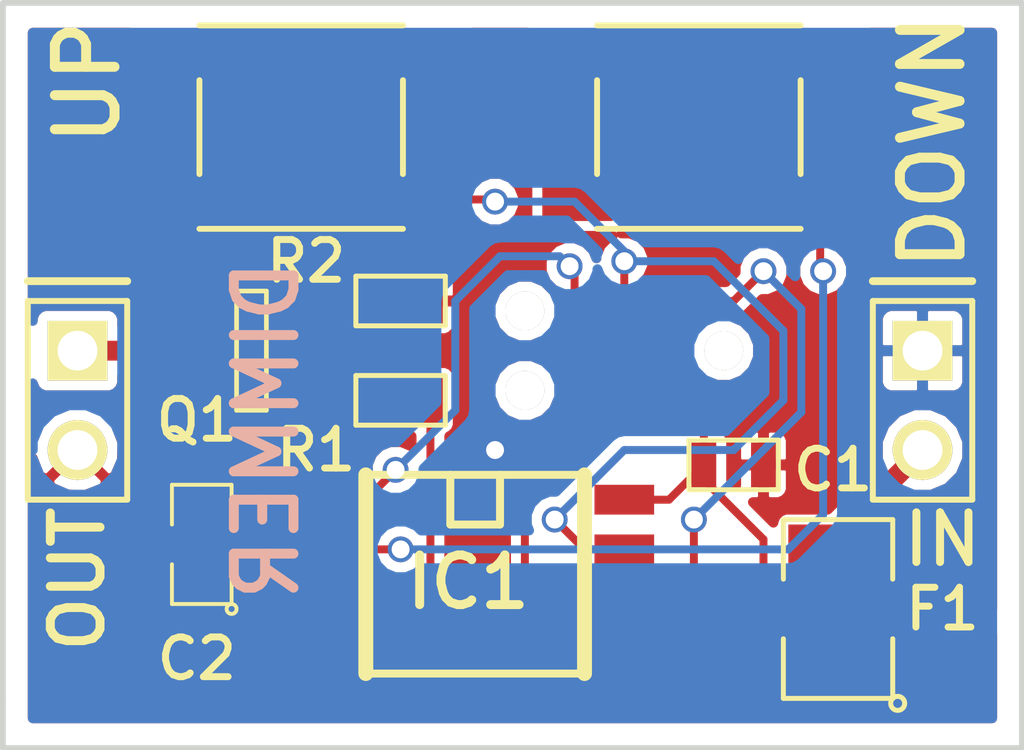
<source format=kicad_pcb>
(kicad_pcb (version 3) (host pcbnew "(2013-feb-26)-testing")

  (general
    (links 28)
    (no_connects 0)
    (area 125.0442 108.836 159.9565 131.095044)
    (thickness 1.6)
    (drawings 12)
    (tracks 74)
    (zones 0)
    (modules 12)
    (nets 12)
  )

  (page A3)
  (layers
    (15 F.Cu signal)
    (0 B.Cu signal)
    (16 B.Adhes user)
    (17 F.Adhes user)
    (18 B.Paste user)
    (19 F.Paste user)
    (20 B.SilkS user)
    (21 F.SilkS user)
    (22 B.Mask user)
    (23 F.Mask user)
    (24 Dwgs.User user)
    (25 Cmts.User user)
    (26 Eco1.User user)
    (27 Eco2.User user)
    (28 Edge.Cuts user)
  )

  (setup
    (last_trace_width 0.2032)
    (user_trace_width 0.508)
    (trace_clearance 0.254)
    (zone_clearance 0.254)
    (zone_45_only no)
    (trace_min 0.1524)
    (segment_width 0.2)
    (edge_width 0.15)
    (via_size 0.889)
    (via_drill 0.635)
    (via_min_size 0.5842)
    (via_min_drill 0.381)
    (user_via 0.6604 0.4572)
    (uvia_size 0.508)
    (uvia_drill 0.127)
    (uvias_allowed no)
    (uvia_min_size 0.508)
    (uvia_min_drill 0.127)
    (pcb_text_width 0.3)
    (pcb_text_size 1 1)
    (mod_edge_width 0.15)
    (mod_text_size 1 1)
    (mod_text_width 0.15)
    (pad_size 0.7874 0.7874)
    (pad_drill 0)
    (pad_to_mask_clearance 0)
    (aux_axis_origin 0 0)
    (visible_elements FFFFFFBF)
    (pcbplotparams
      (layerselection 284196865)
      (usegerberextensions true)
      (excludeedgelayer true)
      (linewidth 152400)
      (plotframeref false)
      (viasonmask false)
      (mode 1)
      (useauxorigin false)
      (hpglpennumber 1)
      (hpglpenspeed 20)
      (hpglpendiameter 15)
      (hpglpenoverlay 2)
      (psnegative false)
      (psa4output false)
      (plotreference true)
      (plotvalue true)
      (plotothertext true)
      (plotinvisibletext false)
      (padsonsilk false)
      (subtractmaskfromsilk false)
      (outputformat 1)
      (mirror false)
      (drillshape 0)
      (scaleselection 1)
      (outputdirectory out))
  )

  (net 0 "")
  (net 1 /DOWN)
  (net 2 /LAMP)
  (net 3 /MISO)
  (net 4 /MOSI)
  (net 5 /RESET)
  (net 6 /SCK)
  (net 7 GND)
  (net 8 N-000006)
  (net 9 N-000008)
  (net 10 N-000009)
  (net 11 VCC)

  (net_class Default "This is the default net class."
    (clearance 0.254)
    (trace_width 0.2032)
    (via_dia 0.889)
    (via_drill 0.635)
    (uvia_dia 0.508)
    (uvia_drill 0.127)
    (add_net "")
    (add_net /DOWN)
    (add_net /LAMP)
    (add_net /MISO)
    (add_net /MOSI)
    (add_net /RESET)
    (add_net /SCK)
    (add_net GND)
    (add_net N-000006)
    (add_net N-000008)
    (add_net N-000009)
    (add_net VCC)
  )

  (module TC2030-MCP-NL (layer F.Cu) (tedit 51313780) (tstamp 51310631)
    (at 146.05 119.38 180)
    (descr http://www.tag-connect.com/Materials/TC2030-MCP-NL%20PCB%20Footprint.pdf)
    (path /5131051B)
    (fp_text reference P3 (at 0 -4.064 180) (layer F.SilkS) hide
      (effects (font (size 1.524 1.524) (thickness 0.3048)))
    )
    (fp_text value CONN_3X2 (at 0 3.048 180) (layer F.SilkS) hide
      (effects (font (size 1.524 1.524) (thickness 0.3048)))
    )
    (pad 1 smd circle (at -1.27 0.635 180) (size 0.7874 0.7874)
      (layers F.Cu F.Paste F.Mask)
      (net 3 /MISO)
      (clearance 0.4826)
    )
    (pad 2 smd circle (at -1.27 -0.635 180) (size 0.7874 0.7874)
      (layers F.Cu F.Paste F.Mask)
      (net 11 VCC)
      (clearance 0.4826)
    )
    (pad 3 smd circle (at 0 0.635 180) (size 0.7874 0.7874)
      (layers F.Cu F.Paste F.Mask)
      (net 6 /SCK)
      (clearance 0.4826)
    )
    (pad 4 smd circle (at 0 -0.635 180) (size 0.7874 0.7874)
      (layers F.Cu F.Paste F.Mask)
      (net 4 /MOSI)
      (clearance 0.4826)
    )
    (pad 5 smd circle (at 1.27 0.635 180) (size 0.7874 0.7874)
      (layers F.Cu F.Mask)
      (net 5 /RESET)
      (clearance 0.4318)
    )
    (pad 6 smd circle (at 1.27 -0.635 180) (size 0.7874 0.7874)
      (layers F.Cu F.Paste F.Mask)
      (net 7 GND)
      (clearance 0.4318)
    )
    (pad "" thru_hole circle (at -2.54 0 180) (size 0.9906 0.9906) (drill 0.9906)
      (layers *.Cu *.Mask F.SilkS)
    )
    (pad "" thru_hole circle (at 2.54 -1.016 180) (size 0.9906 0.9906) (drill 0.9906)
      (layers *.Cu *.Mask F.SilkS)
    )
    (pad "" thru_hole circle (at 2.54 1.016 180) (size 0.9906 0.9906) (drill 0.9906)
      (layers *.Cu *.Mask F.SilkS)
    )
  )

  (module SWITCH-ALPS (layer F.Cu) (tedit 5105E599) (tstamp 5131063D)
    (at 137.795 113.665 180)
    (descr "ALPS SKQGADE010")
    (path /5131048E)
    (fp_text reference SW1 (at 0 -3.5 180) (layer F.SilkS) hide
      (effects (font (size 1 1) (thickness 0.15)))
    )
    (fp_text value SWITCH-4 (at 0 4 180) (layer F.SilkS) hide
      (effects (font (size 1 1) (thickness 0.15)))
    )
    (fp_line (start -2.6 2.6) (end 2.6 2.6) (layer F.SilkS) (width 0.15))
    (fp_line (start -2.6 -1.2) (end -2.6 1.2) (layer F.SilkS) (width 0.15))
    (fp_line (start 2.6 -2.6) (end -2.6 -2.6) (layer F.SilkS) (width 0.15))
    (fp_line (start 2.6 1.2) (end 2.6 -1.2) (layer F.SilkS) (width 0.15))
    (pad 1 smd rect (at -3.1 -1.85 180) (size 1.8 1.1)
      (layers F.Cu F.Paste F.Mask)
      (net 6 /SCK)
    )
    (pad 2 smd rect (at 3.1 -1.85 180) (size 1.8 1.1)
      (layers F.Cu F.Paste F.Mask)
      (net 6 /SCK)
    )
    (pad 3 smd rect (at 3.1 1.85 180) (size 1.8 1.1)
      (layers F.Cu F.Paste F.Mask)
      (net 7 GND)
    )
    (pad 4 smd rect (at -3.1 1.85 180) (size 1.8 1.1)
      (layers F.Cu F.Paste F.Mask)
      (net 7 GND)
    )
  )

  (module SWITCH-ALPS (layer F.Cu) (tedit 5105E599) (tstamp 51310649)
    (at 147.955 113.665 180)
    (descr "ALPS SKQGADE010")
    (path /513104CF)
    (fp_text reference SW2 (at 0 -3.5 180) (layer F.SilkS) hide
      (effects (font (size 1 1) (thickness 0.15)))
    )
    (fp_text value SWITCH-4 (at 0 4 180) (layer F.SilkS) hide
      (effects (font (size 1 1) (thickness 0.15)))
    )
    (fp_line (start -2.6 2.6) (end 2.6 2.6) (layer F.SilkS) (width 0.15))
    (fp_line (start -2.6 -1.2) (end -2.6 1.2) (layer F.SilkS) (width 0.15))
    (fp_line (start 2.6 -2.6) (end -2.6 -2.6) (layer F.SilkS) (width 0.15))
    (fp_line (start 2.6 1.2) (end 2.6 -1.2) (layer F.SilkS) (width 0.15))
    (pad 1 smd rect (at -3.1 -1.85 180) (size 1.8 1.1)
      (layers F.Cu F.Paste F.Mask)
      (net 1 /DOWN)
    )
    (pad 2 smd rect (at 3.1 -1.85 180) (size 1.8 1.1)
      (layers F.Cu F.Paste F.Mask)
      (net 1 /DOWN)
    )
    (pad 3 smd rect (at 3.1 1.85 180) (size 1.8 1.1)
      (layers F.Cu F.Paste F.Mask)
      (net 7 GND)
    )
    (pad 4 smd rect (at -3.1 1.85 180) (size 1.8 1.1)
      (layers F.Cu F.Paste F.Mask)
      (net 7 GND)
    )
  )

  (module SOT23GDS (layer F.Cu) (tedit 5131343F) (tstamp 51310654)
    (at 136.525 119.38 270)
    (descr "Module CMS SOT23 Transistore EBC")
    (tags "CMS SOT")
    (path /51310664)
    (attr smd)
    (fp_text reference Q1 (at 1.778 1.397 360) (layer F.SilkS)
      (effects (font (size 1.016 1.016) (thickness 0.1778)))
    )
    (fp_text value MOSFET_N (at -0.635 9.525 270) (layer F.SilkS) hide
      (effects (font (size 0.762 0.762) (thickness 0.12954)))
    )
    (fp_line (start -1.524 -0.381) (end 1.524 -0.381) (layer F.SilkS) (width 0.11938))
    (fp_line (start 1.524 -0.381) (end 1.524 0.381) (layer F.SilkS) (width 0.11938))
    (fp_line (start 1.524 0.381) (end -1.524 0.381) (layer F.SilkS) (width 0.11938))
    (fp_line (start -1.524 0.381) (end -1.524 -0.381) (layer F.SilkS) (width 0.11938))
    (pad S smd rect (at -0.889 -1.016 270) (size 0.9144 0.9144)
      (layers F.Cu F.Paste F.Mask)
      (net 7 GND)
    )
    (pad G smd rect (at 0.889 -1.016 270) (size 0.9144 0.9144)
      (layers F.Cu F.Paste F.Mask)
      (net 10 N-000009)
    )
    (pad D smd rect (at 0 1.016 270) (size 0.9144 0.9144)
      (layers F.Cu F.Paste F.Mask)
      (net 9 N-000008)
    )
    (model smd/cms_sot23.wrl
      (at (xyz 0 0 0))
      (scale (xyz 0.13 0.15 0.15))
      (rotate (xyz 0 0 0))
    )
  )

  (module SOIC8-5.3MM (layer F.Cu) (tedit 513104C2) (tstamp 51310667)
    (at 142.24 125.095 270)
    (path /5131050C)
    (attr smd)
    (fp_text reference IC1 (at 0.202 0.178 360) (layer F.SilkS)
      (effects (font (size 1.27 1.27) (thickness 0.2286)))
    )
    (fp_text value ATTINY85-S (at 0 6.5 270) (layer F.SilkS) hide
      (effects (font (size 1.016 1.016) (thickness 0.2032)))
    )
    (fp_line (start -2.54 2.794) (end 2.54 2.794) (layer F.SilkS) (width 0.381))
    (fp_line (start -2.54 -2.794) (end 2.54 -2.794) (layer F.SilkS) (width 0.381))
    (fp_line (start 2.54 -2.794) (end 2.54 2.794) (layer F.SilkS) (width 0.2032))
    (fp_line (start -2.54 -2.794) (end -2.54 2.794) (layer F.SilkS) (width 0.2032))
    (fp_line (start -2.54 -0.635) (end -1.27 -0.635) (layer F.SilkS) (width 0.2032))
    (fp_line (start -1.27 -0.635) (end -1.27 0.635) (layer F.SilkS) (width 0.2032))
    (fp_line (start -1.27 0.635) (end -2.54 0.635) (layer F.SilkS) (width 0.2032))
    (pad 1 smd rect (at -1.905 3.81 270) (size 0.762 1.524)
      (layers F.Cu F.Paste F.Mask)
      (net 5 /RESET)
    )
    (pad 2 smd rect (at -0.635 3.81 270) (size 0.762 1.524)
      (layers F.Cu F.Paste F.Mask)
      (net 1 /DOWN)
    )
    (pad 3 smd rect (at 0.635 3.81 270) (size 0.762 1.524)
      (layers F.Cu F.Paste F.Mask)
      (net 2 /LAMP)
    )
    (pad 4 smd rect (at 1.905 3.81 270) (size 0.762 1.524)
      (layers F.Cu F.Paste F.Mask)
      (net 7 GND)
    )
    (pad 8 smd rect (at -1.905 -3.81 270) (size 0.762 1.524)
      (layers F.Cu F.Paste F.Mask)
      (net 11 VCC)
    )
    (pad 7 smd rect (at -0.635 -3.81 270) (size 0.762 1.524)
      (layers F.Cu F.Paste F.Mask)
      (net 6 /SCK)
    )
    (pad 6 smd rect (at 0.635 -3.81 270) (size 0.762 1.524)
      (layers F.Cu F.Paste F.Mask)
      (net 3 /MISO)
    )
    (pad 5 smd rect (at 1.905 -3.81 270) (size 0.762 1.524)
      (layers F.Cu F.Paste F.Mask)
      (net 4 /MOSI)
    )
    (model smd/cms_soj24.wrl
      (at (xyz 0 0 0))
      (scale (xyz 0.5 0.6 0.5))
      (rotate (xyz 0 0 0))
    )
  )

  (module SM1210 (layer F.Cu) (tedit 51313451) (tstamp 51310674)
    (at 151.511 125.984 90)
    (tags "CMS SM")
    (path /51310B13)
    (attr smd)
    (fp_text reference F1 (at 0 2.667 180) (layer F.SilkS)
      (effects (font (size 1.016 1.016) (thickness 0.1778)))
    )
    (fp_text value FUSE (at 0.508 7.747 90) (layer F.SilkS) hide
      (effects (font (size 0.762 0.762) (thickness 0.127)))
    )
    (fp_circle (center -2.413 1.524) (end -2.286 1.397) (layer F.SilkS) (width 0.127))
    (fp_line (start -0.762 -1.397) (end -2.286 -1.397) (layer F.SilkS) (width 0.127))
    (fp_line (start -2.286 -1.397) (end -2.286 1.397) (layer F.SilkS) (width 0.127))
    (fp_line (start -2.286 1.397) (end -0.762 1.397) (layer F.SilkS) (width 0.127))
    (fp_line (start 0.762 1.397) (end 2.286 1.397) (layer F.SilkS) (width 0.127))
    (fp_line (start 2.286 1.397) (end 2.286 -1.397) (layer F.SilkS) (width 0.127))
    (fp_line (start 2.286 -1.397) (end 0.762 -1.397) (layer F.SilkS) (width 0.127))
    (pad 1 smd rect (at -1.524 0 90) (size 1.27 2.54)
      (layers F.Cu F.Paste F.Mask)
      (net 11 VCC)
    )
    (pad 2 smd rect (at 1.524 0 90) (size 1.27 2.54)
      (layers F.Cu F.Paste F.Mask)
      (net 8 N-000006)
    )
    (model smd/chip_cms.wrl
      (at (xyz 0 0 0))
      (scale (xyz 0.17 0.2 0.17))
      (rotate (xyz 0 0 0))
    )
  )

  (module SM0805 (layer F.Cu) (tedit 5131343C) (tstamp 51310681)
    (at 135.255 124.333 90)
    (path /51310972)
    (attr smd)
    (fp_text reference C2 (at -2.921 -0.127 180) (layer F.SilkS)
      (effects (font (size 1.016 1.016) (thickness 0.1778)))
    )
    (fp_text value 10uF (at 1.143 -9.652 90) (layer F.SilkS) hide
      (effects (font (size 0.50038 0.50038) (thickness 0.10922)))
    )
    (fp_circle (center -1.651 0.762) (end -1.651 0.635) (layer F.SilkS) (width 0.09906))
    (fp_line (start -0.508 0.762) (end -1.524 0.762) (layer F.SilkS) (width 0.09906))
    (fp_line (start -1.524 0.762) (end -1.524 -0.762) (layer F.SilkS) (width 0.09906))
    (fp_line (start -1.524 -0.762) (end -0.508 -0.762) (layer F.SilkS) (width 0.09906))
    (fp_line (start 0.508 -0.762) (end 1.524 -0.762) (layer F.SilkS) (width 0.09906))
    (fp_line (start 1.524 -0.762) (end 1.524 0.762) (layer F.SilkS) (width 0.09906))
    (fp_line (start 1.524 0.762) (end 0.508 0.762) (layer F.SilkS) (width 0.09906))
    (pad 1 smd rect (at -0.9525 0 90) (size 0.889 1.397)
      (layers F.Cu F.Paste F.Mask)
      (net 11 VCC)
    )
    (pad 2 smd rect (at 0.9525 0 90) (size 0.889 1.397)
      (layers F.Cu F.Paste F.Mask)
      (net 7 GND)
    )
    (model smd/chip_cms.wrl
      (at (xyz 0 0 0))
      (scale (xyz 0.1 0.1 0.1))
      (rotate (xyz 0 0 0))
    )
  )

  (module SM0603 (layer F.Cu) (tedit 5131345D) (tstamp 5131068B)
    (at 148.844 122.301)
    (path /513103C9)
    (attr smd)
    (fp_text reference C1 (at 2.54 0.127) (layer F.SilkS)
      (effects (font (size 1.016 1.016) (thickness 0.1778)))
    )
    (fp_text value 0.1uF (at 0 0) (layer F.SilkS) hide
      (effects (font (size 0.508 0.4572) (thickness 0.1143)))
    )
    (fp_line (start -1.143 -0.635) (end 1.143 -0.635) (layer F.SilkS) (width 0.127))
    (fp_line (start 1.143 -0.635) (end 1.143 0.635) (layer F.SilkS) (width 0.127))
    (fp_line (start 1.143 0.635) (end -1.143 0.635) (layer F.SilkS) (width 0.127))
    (fp_line (start -1.143 0.635) (end -1.143 -0.635) (layer F.SilkS) (width 0.127))
    (pad 1 smd rect (at -0.762 0) (size 0.635 1.143)
      (layers F.Cu F.Paste F.Mask)
      (net 11 VCC)
    )
    (pad 2 smd rect (at 0.762 0) (size 0.635 1.143)
      (layers F.Cu F.Paste F.Mask)
      (net 7 GND)
    )
    (model smd\resistors\R0603.wrl
      (at (xyz 0 0 0.001))
      (scale (xyz 0.5 0.5 0.5))
      (rotate (xyz 0 0 0))
    )
  )

  (module SM0603 (layer F.Cu) (tedit 51313470) (tstamp 51310695)
    (at 140.335 120.65 180)
    (path /513106B5)
    (attr smd)
    (fp_text reference R1 (at 2.159 -1.27 180) (layer F.SilkS)
      (effects (font (size 1.016 1.016) (thickness 0.1778)))
    )
    (fp_text value 100R (at 0 0 180) (layer F.SilkS) hide
      (effects (font (size 0.508 0.4572) (thickness 0.1143)))
    )
    (fp_line (start -1.143 -0.635) (end 1.143 -0.635) (layer F.SilkS) (width 0.127))
    (fp_line (start 1.143 -0.635) (end 1.143 0.635) (layer F.SilkS) (width 0.127))
    (fp_line (start 1.143 0.635) (end -1.143 0.635) (layer F.SilkS) (width 0.127))
    (fp_line (start -1.143 0.635) (end -1.143 -0.635) (layer F.SilkS) (width 0.127))
    (pad 1 smd rect (at -0.762 0 180) (size 0.635 1.143)
      (layers F.Cu F.Paste F.Mask)
      (net 2 /LAMP)
    )
    (pad 2 smd rect (at 0.762 0 180) (size 0.635 1.143)
      (layers F.Cu F.Paste F.Mask)
      (net 10 N-000009)
    )
    (model smd\resistors\R0603.wrl
      (at (xyz 0 0 0.001))
      (scale (xyz 0.5 0.5 0.5))
      (rotate (xyz 0 0 0))
    )
  )

  (module SM0603 (layer F.Cu) (tedit 51313468) (tstamp 5131069F)
    (at 140.335 118.11)
    (path /513106E8)
    (attr smd)
    (fp_text reference R2 (at -2.413 -1.016) (layer F.SilkS)
      (effects (font (size 1.016 1.016) (thickness 0.1778)))
    )
    (fp_text value 10K (at 0 0) (layer F.SilkS) hide
      (effects (font (size 0.508 0.4572) (thickness 0.1143)))
    )
    (fp_line (start -1.143 -0.635) (end 1.143 -0.635) (layer F.SilkS) (width 0.127))
    (fp_line (start 1.143 -0.635) (end 1.143 0.635) (layer F.SilkS) (width 0.127))
    (fp_line (start 1.143 0.635) (end -1.143 0.635) (layer F.SilkS) (width 0.127))
    (fp_line (start -1.143 0.635) (end -1.143 -0.635) (layer F.SilkS) (width 0.127))
    (pad 1 smd rect (at -0.762 0) (size 0.635 1.143)
      (layers F.Cu F.Paste F.Mask)
      (net 10 N-000009)
    )
    (pad 2 smd rect (at 0.762 0) (size 0.635 1.143)
      (layers F.Cu F.Paste F.Mask)
      (net 7 GND)
    )
    (model smd\resistors\R0603.wrl
      (at (xyz 0 0 0.001))
      (scale (xyz 0.5 0.5 0.5))
      (rotate (xyz 0 0 0))
    )
  )

  (module PIN_ARRAY_2X1 (layer F.Cu) (tedit 51313125) (tstamp 5131359F)
    (at 132.08 120.65 270)
    (descr "Connecteurs 2 pins")
    (tags "CONN DEV")
    (path /513107A2)
    (fp_text reference P1 (at -0.635 3.81 270) (layer F.SilkS) hide
      (effects (font (size 0.762 0.762) (thickness 0.1524)))
    )
    (fp_text value CONN_2 (at 0 -1.905 270) (layer F.SilkS) hide
      (effects (font (size 0.762 0.762) (thickness 0.1524)))
    )
    (fp_line (start -2.54 1.27) (end -2.54 -1.27) (layer F.SilkS) (width 0.1524))
    (fp_line (start -2.54 -1.27) (end 2.54 -1.27) (layer F.SilkS) (width 0.1524))
    (fp_line (start 2.54 -1.27) (end 2.54 1.27) (layer F.SilkS) (width 0.1524))
    (fp_line (start 2.54 1.27) (end -2.54 1.27) (layer F.SilkS) (width 0.1524))
    (pad 1 thru_hole rect (at -1.27 0 270) (size 1.524 1.524) (drill 1.016)
      (layers *.Cu *.Mask F.SilkS)
      (net 9 N-000008)
    )
    (pad 2 thru_hole circle (at 1.27 0 270) (size 1.524 1.524) (drill 1.016)
      (layers *.Cu *.Mask F.SilkS)
      (net 11 VCC)
    )
    (model pin_array/pins_array_2x1.wrl
      (at (xyz 0 0 0))
      (scale (xyz 1 1 1))
      (rotate (xyz 0 0 0))
    )
  )

  (module PIN_ARRAY_2X1 (layer F.Cu) (tedit 5131311F) (tstamp 51313589)
    (at 153.67 120.65 270)
    (descr "Connecteurs 2 pins")
    (tags "CONN DEV")
    (path /5131080B)
    (fp_text reference P2 (at 0 -4.445 270) (layer F.SilkS) hide
      (effects (font (size 0.762 0.762) (thickness 0.1524)))
    )
    (fp_text value CONN_2 (at 0 -1.905 270) (layer F.SilkS) hide
      (effects (font (size 0.762 0.762) (thickness 0.1524)))
    )
    (fp_line (start -2.54 1.27) (end -2.54 -1.27) (layer F.SilkS) (width 0.1524))
    (fp_line (start -2.54 -1.27) (end 2.54 -1.27) (layer F.SilkS) (width 0.1524))
    (fp_line (start 2.54 -1.27) (end 2.54 1.27) (layer F.SilkS) (width 0.1524))
    (fp_line (start 2.54 1.27) (end -2.54 1.27) (layer F.SilkS) (width 0.1524))
    (pad 1 thru_hole rect (at -1.27 0 270) (size 1.524 1.524) (drill 1.016)
      (layers *.Cu *.Mask F.SilkS)
      (net 7 GND)
    )
    (pad 2 thru_hole circle (at 1.27 0 270) (size 1.524 1.524) (drill 1.016)
      (layers *.Cu *.Mask F.SilkS)
      (net 8 N-000006)
    )
    (model pin_array/pins_array_2x1.wrl
      (at (xyz 0 0 0))
      (scale (xyz 1 1 1))
      (rotate (xyz 0 0 0))
    )
  )

  (gr_text DIMMER (at 136.906 121.412 90) (layer B.SilkS)
    (effects (font (size 1.524 1.524) (thickness 0.254)) (justify mirror))
  )
  (gr_line (start 130.81 117.602) (end 133.35 117.602) (angle 90) (layer F.SilkS) (width 0.2))
  (gr_line (start 152.4 117.602) (end 154.94 117.602) (angle 90) (layer F.SilkS) (width 0.2))
  (gr_text OUT (at 132.08 125.222 90) (layer F.SilkS)
    (effects (font (size 1.27 1.27) (thickness 0.2286)))
  )
  (gr_text IN (at 154.178 124.206) (layer F.SilkS)
    (effects (font (size 1.27 1.27) (thickness 0.2032)))
  )
  (gr_text UP (at 132.334 112.522 90) (layer F.SilkS)
    (effects (font (size 1.524 1.524) (thickness 0.254)))
  )
  (gr_text DOWN (at 153.924 114.046 90) (layer F.SilkS)
    (effects (font (size 1.524 1.524) (thickness 0.254)))
  )
  (gr_line (start 130.175 110.49) (end 130.175 128.27) (angle 90) (layer Edge.Cuts) (width 0.15))
  (gr_line (start 156.21 110.49) (end 130.175 110.49) (angle 90) (layer Edge.Cuts) (width 0.15))
  (gr_line (start 156.21 129.54) (end 156.21 110.49) (angle 90) (layer Edge.Cuts) (width 0.15))
  (gr_line (start 130.175 129.54) (end 156.21 129.54) (angle 90) (layer Edge.Cuts) (width 0.15))
  (gr_line (start 130.175 128.27) (end 130.175 129.54) (angle 90) (layer Edge.Cuts) (width 0.15))

  (segment (start 138.43 124.46) (end 140.335 124.46) (width 0.2032) (layer F.Cu) (net 1))
  (segment (start 151.055 117.273) (end 151.055 115.515) (width 0.2032) (layer F.Cu) (net 1) (tstamp 51313330))
  (segment (start 151.13 117.348) (end 151.055 117.273) (width 0.2032) (layer F.Cu) (net 1) (tstamp 5131332F))
  (via (at 151.13 117.348) (size 0.6604) (drill 0.4572) (layers F.Cu B.Cu) (net 1))
  (segment (start 151.13 123.571) (end 151.13 117.348) (width 0.2032) (layer B.Cu) (net 1) (tstamp 5131332A))
  (segment (start 150.241 124.46) (end 151.13 123.571) (width 0.2032) (layer B.Cu) (net 1) (tstamp 51313329))
  (segment (start 140.335 124.46) (end 150.241 124.46) (width 0.2032) (layer B.Cu) (net 1) (tstamp 51313328))
  (via (at 140.335 124.46) (size 0.6604) (drill 0.4572) (layers F.Cu B.Cu) (net 1))
  (segment (start 144.855 115.515) (end 151.055 115.515) (width 0.2032) (layer F.Cu) (net 1))
  (segment (start 138.43 125.73) (end 140.462 125.73) (width 0.2032) (layer F.Cu) (net 2))
  (segment (start 141.097 125.095) (end 141.097 120.65) (width 0.2032) (layer F.Cu) (net 2) (tstamp 51313322))
  (segment (start 140.462 125.73) (end 141.097 125.095) (width 0.2032) (layer F.Cu) (net 2) (tstamp 51313321))
  (segment (start 146.05 125.73) (end 147.574 125.73) (width 0.2032) (layer F.Cu) (net 3))
  (segment (start 147.955 118.11) (end 147.32 118.745) (width 0.2032) (layer F.Cu) (net 3) (tstamp 513133E3))
  (segment (start 148.844 118.11) (end 147.955 118.11) (width 0.2032) (layer F.Cu) (net 3) (tstamp 513133E0))
  (segment (start 149.606 117.348) (end 148.844 118.11) (width 0.2032) (layer F.Cu) (net 3) (tstamp 513133DF))
  (via (at 149.606 117.348) (size 0.6604) (drill 0.4572) (layers F.Cu B.Cu) (net 3))
  (segment (start 150.571202 118.313202) (end 149.606 117.348) (width 0.2032) (layer B.Cu) (net 3) (tstamp 513133DB))
  (segment (start 150.571202 120.954798) (end 150.571202 118.313202) (width 0.2032) (layer B.Cu) (net 3) (tstamp 513133DA))
  (segment (start 147.828 123.698) (end 150.571202 120.954798) (width 0.2032) (layer B.Cu) (net 3) (tstamp 513133D9))
  (via (at 147.828 123.698) (size 0.6604) (drill 0.4572) (layers F.Cu B.Cu) (net 3))
  (segment (start 147.828 125.476) (end 147.828 123.698) (width 0.2032) (layer F.Cu) (net 3) (tstamp 513133D6))
  (segment (start 147.574 125.73) (end 147.828 125.476) (width 0.2032) (layer F.Cu) (net 3) (tstamp 513133D5))
  (segment (start 146.05 127) (end 145.034 127) (width 0.2032) (layer F.Cu) (net 4))
  (segment (start 146.05 120.396) (end 146.05 120.015) (width 0.2032) (layer F.Cu) (net 4) (tstamp 513133B3))
  (segment (start 143.51 122.936) (end 146.05 120.396) (width 0.2032) (layer F.Cu) (net 4) (tstamp 513133B1))
  (segment (start 143.51 125.476) (end 143.51 122.936) (width 0.2032) (layer F.Cu) (net 4) (tstamp 513133AF))
  (segment (start 145.034 127) (end 143.51 125.476) (width 0.2032) (layer F.Cu) (net 4) (tstamp 513133AD))
  (segment (start 138.43 123.19) (end 139.446 123.19) (width 0.2032) (layer F.Cu) (net 5))
  (segment (start 144.78 117.348) (end 144.78 118.745) (width 0.2032) (layer F.Cu) (net 5) (tstamp 51313343))
  (segment (start 144.653 117.221) (end 144.78 117.348) (width 0.2032) (layer F.Cu) (net 5) (tstamp 51313342))
  (via (at 144.653 117.221) (size 0.6604) (drill 0.4572) (layers F.Cu B.Cu) (net 5))
  (segment (start 144.399 116.967) (end 144.653 117.221) (width 0.2032) (layer B.Cu) (net 5) (tstamp 51313340))
  (segment (start 142.875 116.967) (end 144.399 116.967) (width 0.2032) (layer B.Cu) (net 5) (tstamp 5131333E))
  (segment (start 141.732 118.11) (end 142.875 116.967) (width 0.2032) (layer B.Cu) (net 5) (tstamp 5131333C))
  (segment (start 141.732 120.904) (end 141.732 118.11) (width 0.2032) (layer B.Cu) (net 5) (tstamp 51313339))
  (segment (start 140.208 122.428) (end 141.732 120.904) (width 0.2032) (layer B.Cu) (net 5) (tstamp 51313338))
  (via (at 140.208 122.428) (size 0.6604) (drill 0.4572) (layers F.Cu B.Cu) (net 5))
  (segment (start 139.446 123.19) (end 140.208 122.428) (width 0.2032) (layer F.Cu) (net 5) (tstamp 51313334))
  (segment (start 140.895 115.515) (end 142.693 115.515) (width 0.2032) (layer F.Cu) (net 6))
  (segment (start 146.05 116.84) (end 146.05 117.094) (width 0.2032) (layer B.Cu) (net 6) (tstamp 513133FB))
  (segment (start 144.78 115.57) (end 146.05 116.84) (width 0.2032) (layer B.Cu) (net 6) (tstamp 513133FA))
  (segment (start 142.748 115.57) (end 144.78 115.57) (width 0.2032) (layer B.Cu) (net 6) (tstamp 513133F9))
  (via (at 142.748 115.57) (size 0.6604) (drill 0.4572) (layers F.Cu B.Cu) (net 6))
  (segment (start 142.693 115.515) (end 142.748 115.57) (width 0.2032) (layer F.Cu) (net 6) (tstamp 513133F7))
  (segment (start 146.05 124.46) (end 145.034 124.46) (width 0.2032) (layer F.Cu) (net 6))
  (segment (start 145.034 124.46) (end 144.272 123.698) (width 0.2032) (layer F.Cu) (net 6) (tstamp 5131338E))
  (via (at 144.272 123.698) (size 0.6604) (drill 0.4572) (layers F.Cu B.Cu) (net 6))
  (segment (start 144.272 123.698) (end 146.05 121.92) (width 0.2032) (layer B.Cu) (net 6) (tstamp 51313391))
  (segment (start 146.05 121.92) (end 148.844 121.92) (width 0.2032) (layer B.Cu) (net 6) (tstamp 51313392))
  (segment (start 148.844 121.92) (end 150.114 120.65) (width 0.2032) (layer B.Cu) (net 6) (tstamp 513133A1))
  (segment (start 150.114 120.65) (end 150.114 118.872) (width 0.2032) (layer B.Cu) (net 6) (tstamp 513133A3))
  (segment (start 150.114 118.872) (end 148.336 117.094) (width 0.2032) (layer B.Cu) (net 6) (tstamp 513133A5))
  (segment (start 148.336 117.094) (end 146.05 117.094) (width 0.2032) (layer B.Cu) (net 6) (tstamp 513133A7))
  (segment (start 146.05 117.094) (end 146.05 118.745) (width 0.2032) (layer F.Cu) (net 6) (tstamp 513133AA))
  (via (at 146.05 117.094) (size 0.6604) (drill 0.4572) (layers F.Cu B.Cu) (net 6))
  (segment (start 134.695 115.515) (end 140.895 115.515) (width 0.2032) (layer F.Cu) (net 6))
  (segment (start 144.78 120.015) (end 144.78 120.904) (width 0.2032) (layer F.Cu) (net 7))
  (via (at 142.748 121.92) (size 0.6604) (drill 0.4572) (layers F.Cu B.Cu) (net 7))
  (segment (start 143.764 121.92) (end 142.748 121.92) (width 0.2032) (layer F.Cu) (net 7) (tstamp 51313417))
  (segment (start 144.78 120.904) (end 143.764 121.92) (width 0.2032) (layer F.Cu) (net 7) (tstamp 51313415))
  (segment (start 151.511 124.46) (end 151.511 124.079) (width 0.508) (layer F.Cu) (net 8))
  (segment (start 151.511 124.079) (end 153.67 121.92) (width 0.508) (layer F.Cu) (net 8) (tstamp 513132EB))
  (segment (start 132.08 119.38) (end 135.509 119.38) (width 0.508) (layer F.Cu) (net 9))
  (segment (start 137.541 120.269) (end 139.192 120.269) (width 0.2032) (layer F.Cu) (net 10))
  (segment (start 139.192 120.269) (end 139.573 120.65) (width 0.2032) (layer F.Cu) (net 10) (tstamp 5131340A))
  (segment (start 139.573 120.65) (end 139.573 118.11) (width 0.2032) (layer F.Cu) (net 10))
  (segment (start 148.082 122.301) (end 148.082 122.682) (width 0.2032) (layer F.Cu) (net 11))
  (segment (start 149.606 124.206) (end 149.606 126.746) (width 0.2032) (layer F.Cu) (net 11) (tstamp 513133EE))
  (segment (start 148.082 122.682) (end 149.606 124.206) (width 0.2032) (layer F.Cu) (net 11) (tstamp 513133ED))
  (segment (start 148.082 122.301) (end 148.082 120.777) (width 0.2032) (layer F.Cu) (net 11))
  (segment (start 148.082 120.777) (end 147.32 120.015) (width 0.2032) (layer F.Cu) (net 11) (tstamp 5131331E))
  (segment (start 146.05 123.19) (end 147.193 123.19) (width 0.2032) (layer F.Cu) (net 11))
  (segment (start 147.193 123.19) (end 148.082 122.301) (width 0.2032) (layer F.Cu) (net 11) (tstamp 513132EE))

  (zone (net 7) (net_name GND) (layer F.Cu) (tstamp 513130F9) (hatch edge 0.508)
    (connect_pads (clearance 0.254))
    (min_thickness 0.254)
    (fill (arc_segments 16) (thermal_gap 0.254) (thermal_bridge_width 0.2794))
    (polygon
      (pts
        (xy 155.575 126.111) (xy 148.717 126.111) (xy 148.717 127.635) (xy 136.652 127.635) (xy 136.652 124.206)
        (xy 133.858 124.206) (xy 133.858 120.777) (xy 130.81 120.777) (xy 130.81 111.125) (xy 155.575 111.125)
      )
    )
    (filled_polygon
      (pts
        (xy 144.812103 120.029142) (xy 144.794142 120.047103) (xy 144.78 120.032961) (xy 144.765857 120.047102) (xy 144.747896 120.029141)
        (xy 144.762039 120.015) (xy 144.747897 120.000858) (xy 144.765858 119.982897) (xy 144.78 119.997039) (xy 144.794141 119.982896)
        (xy 144.812102 120.000857) (xy 144.797961 120.015) (xy 144.812103 120.029142)
      )
    )
    (filled_polygon
      (pts
        (xy 155.448 125.984) (xy 150.0886 125.984) (xy 150.0886 125.444258) (xy 150.164882 125.475934) (xy 150.316453 125.476066)
        (xy 152.856453 125.476066) (xy 152.996537 125.418184) (xy 153.103808 125.311101) (xy 153.161934 125.171118) (xy 153.162066 125.019547)
        (xy 153.162066 123.749547) (xy 153.104184 123.609463) (xy 152.997101 123.502192) (xy 152.989139 123.498886) (xy 153.430043 123.057982)
        (xy 153.441646 123.0628) (xy 153.896359 123.063197) (xy 154.316611 122.889553) (xy 154.638423 122.568302) (xy 154.8128 122.148354)
        (xy 154.813197 121.693641) (xy 154.813066 121.693323) (xy 154.813066 120.217453) (xy 154.813066 118.542547) (xy 154.755184 118.402463)
        (xy 154.648101 118.295192) (xy 154.508118 118.237066) (xy 154.356547 118.236934) (xy 153.77795 118.237) (xy 153.6827 118.33225)
        (xy 153.6827 119.3673) (xy 154.71775 119.3673) (xy 154.813 119.27205) (xy 154.813066 118.542547) (xy 154.813066 120.217453)
        (xy 154.813 119.48795) (xy 154.71775 119.3927) (xy 153.6827 119.3927) (xy 153.6827 120.42775) (xy 153.77795 120.523)
        (xy 154.356547 120.523066) (xy 154.508118 120.522934) (xy 154.648101 120.464808) (xy 154.755184 120.357537) (xy 154.813066 120.217453)
        (xy 154.813066 121.693323) (xy 154.639553 121.273389) (xy 154.318302 120.951577) (xy 153.898354 120.7772) (xy 153.6573 120.776989)
        (xy 153.6573 120.42775) (xy 153.6573 119.3927) (xy 153.6573 119.3673) (xy 153.6573 118.33225) (xy 153.56205 118.237)
        (xy 152.983453 118.236934) (xy 152.831882 118.237066) (xy 152.691899 118.295192) (xy 152.584816 118.402463) (xy 152.526934 118.542547)
        (xy 152.527 119.27205) (xy 152.62225 119.3673) (xy 153.6573 119.3673) (xy 153.6573 119.3927) (xy 152.62225 119.3927)
        (xy 152.527 119.48795) (xy 152.526934 120.217453) (xy 152.584816 120.357537) (xy 152.691899 120.464808) (xy 152.831882 120.522934)
        (xy 152.983453 120.523066) (xy 153.56205 120.523) (xy 153.6573 120.42775) (xy 153.6573 120.776989) (xy 153.443641 120.776803)
        (xy 153.023389 120.950447) (xy 152.701577 121.271698) (xy 152.5272 121.691646) (xy 152.526803 122.146359) (xy 152.532303 122.15967)
        (xy 151.24804 123.443934) (xy 150.304566 123.443934) (xy 150.304566 122.797047) (xy 150.304566 121.804953) (xy 150.304434 121.653382)
        (xy 150.246308 121.513399) (xy 150.139037 121.406316) (xy 149.998953 121.348434) (xy 149.71395 121.3485) (xy 149.6187 121.44375)
        (xy 149.6187 122.2883) (xy 150.20925 122.2883) (xy 150.3045 122.19305) (xy 150.304566 121.804953) (xy 150.304566 122.797047)
        (xy 150.3045 122.40895) (xy 150.20925 122.3137) (xy 149.6187 122.3137) (xy 149.6187 123.15825) (xy 149.71395 123.2535)
        (xy 149.998953 123.253566) (xy 150.139037 123.195684) (xy 150.246308 123.088601) (xy 150.304434 122.948618) (xy 150.304566 122.797047)
        (xy 150.304566 123.443934) (xy 150.165547 123.443934) (xy 150.025463 123.501816) (xy 149.918192 123.608899) (xy 149.860066 123.748882)
        (xy 149.860041 123.777541) (xy 149.336036 123.253537) (xy 149.49805 123.2535) (xy 149.5933 123.15825) (xy 149.5933 122.3137)
        (xy 149.5933 122.2883) (xy 149.5933 121.44375) (xy 149.49805 121.3485) (xy 149.213047 121.348434) (xy 149.072963 121.406316)
        (xy 148.965692 121.513399) (xy 148.907566 121.653382) (xy 148.907434 121.804953) (xy 148.9075 122.19305) (xy 149.00275 122.2883)
        (xy 149.5933 122.2883) (xy 149.5933 122.3137) (xy 149.00275 122.3137) (xy 148.9075 122.40895) (xy 148.907434 122.797047)
        (xy 148.907458 122.824958) (xy 148.780566 122.698066) (xy 148.780566 121.654047) (xy 148.722684 121.513963) (xy 148.615601 121.406692)
        (xy 148.5646 121.385514) (xy 148.5646 120.777) (xy 148.564599 120.776999) (xy 148.5646 120.776999) (xy 148.527864 120.592317)
        (xy 148.42325 120.43575) (xy 148.423246 120.435747) (xy 148.287863 120.300363) (xy 148.32221 120.217646) (xy 148.414929 120.256147)
        (xy 148.763542 120.256451) (xy 149.085735 120.123324) (xy 149.332457 119.877032) (xy 149.466147 119.555071) (xy 149.466451 119.206458)
        (xy 149.333324 118.884265) (xy 149.087032 118.637543) (xy 148.935138 118.574471) (xy 149.028683 118.555864) (xy 149.18525 118.45125)
        (xy 149.577324 118.059175) (xy 149.746846 118.059323) (xy 150.008336 117.951277) (xy 150.208574 117.751388) (xy 150.317076 117.490087)
        (xy 150.317323 117.207154) (xy 150.209277 116.945664) (xy 150.009388 116.745426) (xy 149.748087 116.636924) (xy 149.465154 116.636677)
        (xy 149.203664 116.744723) (xy 149.003426 116.944612) (xy 148.894924 117.205913) (xy 148.894774 117.376725) (xy 148.6441 117.6274)
        (xy 147.955 117.6274) (xy 147.770317 117.664136) (xy 147.61375 117.76875) (xy 147.613747 117.768753) (xy 147.605364 117.777136)
        (xy 147.520444 117.741875) (xy 147.121307 117.741527) (xy 146.752419 117.893948) (xy 146.685129 117.96112) (xy 146.619065 117.89494)
        (xy 146.5326 117.859036) (xy 146.5326 117.617152) (xy 146.652574 117.497388) (xy 146.761076 117.236087) (xy 146.761323 116.953154)
        (xy 146.653277 116.691664) (xy 146.453388 116.491426) (xy 146.192087 116.382924) (xy 145.975995 116.382735) (xy 146.077808 116.281101)
        (xy 146.135934 116.141118) (xy 146.136058 115.9976) (xy 149.773934 115.9976) (xy 149.773934 116.140453) (xy 149.831816 116.280537)
        (xy 149.938899 116.387808) (xy 150.078882 116.445934) (xy 150.230453 116.446066) (xy 150.5724 116.446066) (xy 150.5724 116.899716)
        (xy 150.527426 116.944612) (xy 150.418924 117.205913) (xy 150.418677 117.488846) (xy 150.526723 117.750336) (xy 150.726612 117.950574)
        (xy 150.987913 118.059076) (xy 151.270846 118.059323) (xy 151.532336 117.951277) (xy 151.732574 117.751388) (xy 151.841076 117.490087)
        (xy 151.841323 117.207154) (xy 151.733277 116.945664) (xy 151.5376 116.749645) (xy 151.5376 116.446066) (xy 152.030453 116.446066)
        (xy 152.170537 116.388184) (xy 152.277808 116.281101) (xy 152.335934 116.141118) (xy 152.336066 115.989547) (xy 152.336066 114.889547)
        (xy 152.336066 112.289547) (xy 152.336 111.92295) (xy 152.24075 111.8277) (xy 151.0677 111.8277) (xy 151.0677 112.65075)
        (xy 151.16295 112.746) (xy 152.030453 112.746066) (xy 152.170537 112.688184) (xy 152.277808 112.581101) (xy 152.335934 112.441118)
        (xy 152.336066 112.289547) (xy 152.336066 114.889547) (xy 152.278184 114.749463) (xy 152.171101 114.642192) (xy 152.031118 114.584066)
        (xy 151.879547 114.583934) (xy 151.0423 114.583934) (xy 151.0423 112.65075) (xy 151.0423 111.8277) (xy 149.86925 111.8277)
        (xy 149.774 111.92295) (xy 149.773934 112.289547) (xy 149.774066 112.441118) (xy 149.832192 112.581101) (xy 149.939463 112.688184)
        (xy 150.079547 112.746066) (xy 150.94705 112.746) (xy 151.0423 112.65075) (xy 151.0423 114.583934) (xy 150.079547 114.583934)
        (xy 149.939463 114.641816) (xy 149.832192 114.748899) (xy 149.774066 114.888882) (xy 149.773941 115.0324) (xy 146.136066 115.0324)
        (xy 146.136066 114.889547) (xy 146.136066 112.289547) (xy 146.136 111.92295) (xy 146.04075 111.8277) (xy 144.8677 111.8277)
        (xy 144.8677 112.65075) (xy 144.96295 112.746) (xy 145.830453 112.746066) (xy 145.970537 112.688184) (xy 146.077808 112.581101)
        (xy 146.135934 112.441118) (xy 146.136066 112.289547) (xy 146.136066 114.889547) (xy 146.078184 114.749463) (xy 145.971101 114.642192)
        (xy 145.831118 114.584066) (xy 145.679547 114.583934) (xy 144.8423 114.583934) (xy 144.8423 112.65075) (xy 144.8423 111.8277)
        (xy 143.66925 111.8277) (xy 143.574 111.92295) (xy 143.573934 112.289547) (xy 143.574066 112.441118) (xy 143.632192 112.581101)
        (xy 143.739463 112.688184) (xy 143.879547 112.746066) (xy 144.74705 112.746) (xy 144.8423 112.65075) (xy 144.8423 114.583934)
        (xy 143.879547 114.583934) (xy 143.739463 114.641816) (xy 143.632192 114.748899) (xy 143.574066 114.888882) (xy 143.573934 115.040453)
        (xy 143.573934 116.140453) (xy 143.631816 116.280537) (xy 143.738899 116.387808) (xy 143.878882 116.445934) (xy 144.030453 116.446066)
        (xy 145.755741 116.446066) (xy 145.647664 116.490723) (xy 145.447426 116.690612) (xy 145.338924 116.951913) (xy 145.338865 117.018543)
        (xy 145.256277 116.818664) (xy 145.056388 116.618426) (xy 144.795087 116.509924) (xy 144.512154 116.509677) (xy 144.250664 116.617723)
        (xy 144.050426 116.817612) (xy 143.941924 117.078913) (xy 143.941677 117.361846) (xy 144.049723 117.623336) (xy 144.249612 117.823574)
        (xy 144.2974 117.843417) (xy 144.2974 117.913799) (xy 144.275822 117.922715) (xy 144.253324 117.868265) (xy 144.007032 117.621543)
        (xy 143.685071 117.487853) (xy 143.459323 117.487656) (xy 143.459323 115.429154) (xy 143.351277 115.167664) (xy 143.151388 114.967426)
        (xy 142.890087 114.858924) (xy 142.607154 114.858677) (xy 142.345664 114.966723) (xy 142.279872 115.0324) (xy 142.176066 115.0324)
        (xy 142.176066 114.889547) (xy 142.176066 112.289547) (xy 142.176 111.92295) (xy 142.08075 111.8277) (xy 140.9077 111.8277)
        (xy 140.9077 112.65075) (xy 141.00295 112.746) (xy 141.870453 112.746066) (xy 142.010537 112.688184) (xy 142.117808 112.581101)
        (xy 142.175934 112.441118) (xy 142.176066 112.289547) (xy 142.176066 114.889547) (xy 142.118184 114.749463) (xy 142.011101 114.642192)
        (xy 141.871118 114.584066) (xy 141.719547 114.583934) (xy 140.8823 114.583934) (xy 140.8823 112.65075) (xy 140.8823 111.8277)
        (xy 139.70925 111.8277) (xy 139.614 111.92295) (xy 139.613934 112.289547) (xy 139.614066 112.441118) (xy 139.672192 112.581101)
        (xy 139.779463 112.688184) (xy 139.919547 112.746066) (xy 140.78705 112.746) (xy 140.8823 112.65075) (xy 140.8823 114.583934)
        (xy 139.919547 114.583934) (xy 139.779463 114.641816) (xy 139.672192 114.748899) (xy 139.614066 114.888882) (xy 139.613941 115.0324)
        (xy 135.976066 115.0324) (xy 135.976066 114.889547) (xy 135.976066 112.289547) (xy 135.976 111.92295) (xy 135.88075 111.8277)
        (xy 134.7077 111.8277) (xy 134.7077 112.65075) (xy 134.80295 112.746) (xy 135.670453 112.746066) (xy 135.810537 112.688184)
        (xy 135.917808 112.581101) (xy 135.975934 112.441118) (xy 135.976066 112.289547) (xy 135.976066 114.889547) (xy 135.918184 114.749463)
        (xy 135.811101 114.642192) (xy 135.671118 114.584066) (xy 135.519547 114.583934) (xy 134.6823 114.583934) (xy 134.6823 112.65075)
        (xy 134.6823 111.8277) (xy 133.50925 111.8277) (xy 133.414 111.92295) (xy 133.413934 112.289547) (xy 133.414066 112.441118)
        (xy 133.472192 112.581101) (xy 133.579463 112.688184) (xy 133.719547 112.746066) (xy 134.58705 112.746) (xy 134.6823 112.65075)
        (xy 134.6823 114.583934) (xy 133.719547 114.583934) (xy 133.579463 114.641816) (xy 133.472192 114.748899) (xy 133.414066 114.888882)
        (xy 133.413934 115.040453) (xy 133.413934 116.140453) (xy 133.471816 116.280537) (xy 133.578899 116.387808) (xy 133.718882 116.445934)
        (xy 133.870453 116.446066) (xy 135.670453 116.446066) (xy 135.810537 116.388184) (xy 135.917808 116.281101) (xy 135.975934 116.141118)
        (xy 135.976058 115.9976) (xy 139.613934 115.9976) (xy 139.613934 116.140453) (xy 139.671816 116.280537) (xy 139.778899 116.387808)
        (xy 139.918882 116.445934) (xy 140.070453 116.446066) (xy 141.870453 116.446066) (xy 142.010537 116.388184) (xy 142.117808 116.281101)
        (xy 142.175934 116.141118) (xy 142.176053 116.003721) (xy 142.344612 116.172574) (xy 142.605913 116.281076) (xy 142.888846 116.281323)
        (xy 143.150336 116.173277) (xy 143.350574 115.973388) (xy 143.459076 115.712087) (xy 143.459323 115.429154) (xy 143.459323 117.487656)
        (xy 143.336458 117.487549) (xy 143.014265 117.620676) (xy 142.767543 117.866968) (xy 142.633853 118.188929) (xy 142.633549 118.537542)
        (xy 142.766676 118.859735) (xy 143.012968 119.106457) (xy 143.334929 119.240147) (xy 143.683542 119.240451) (xy 143.914653 119.144958)
        (xy 143.972039 119.283843) (xy 144.230205 119.542459) (xy 144.133594 119.561057) (xy 144.066456 119.713071) (xy 144.007032 119.653543)
        (xy 143.685071 119.519853) (xy 143.336458 119.519549) (xy 143.014265 119.652676) (xy 142.767543 119.898968) (xy 142.633853 120.220929)
        (xy 142.633549 120.569542) (xy 142.766676 120.891735) (xy 143.012968 121.138457) (xy 143.334929 121.272147) (xy 143.683542 121.272451)
        (xy 144.005735 121.139324) (xy 144.252457 120.893032) (xy 144.345137 120.669832) (xy 144.607981 120.785918) (xy 144.916093 120.793064)
        (xy 145.004789 120.758711) (xy 143.16875 122.59475) (xy 143.064136 122.751317) (xy 143.0274 122.936) (xy 143.0274 125.476)
        (xy 143.064136 125.660683) (xy 143.16875 125.81725) (xy 144.692747 127.341246) (xy 144.69275 127.34125) (xy 144.849317 127.445864)
        (xy 144.907326 127.457402) (xy 144.928232 127.508) (xy 141.795566 127.508) (xy 141.795566 121.146047) (xy 141.795566 120.003047)
        (xy 141.795566 118.606047) (xy 141.795566 117.613953) (xy 141.795434 117.462382) (xy 141.737308 117.322399) (xy 141.630037 117.215316)
        (xy 141.489953 117.157434) (xy 141.20495 117.1575) (xy 141.1097 117.25275) (xy 141.1097 118.0973) (xy 141.70025 118.0973)
        (xy 141.7955 118.00205) (xy 141.795566 117.613953) (xy 141.795566 118.606047) (xy 141.7955 118.21795) (xy 141.70025 118.1227)
        (xy 141.1097 118.1227) (xy 141.1097 118.96725) (xy 141.20495 119.0625) (xy 141.489953 119.062566) (xy 141.630037 119.004684)
        (xy 141.737308 118.897601) (xy 141.795434 118.757618) (xy 141.795566 118.606047) (xy 141.795566 120.003047) (xy 141.737684 119.862963)
        (xy 141.630601 119.755692) (xy 141.490618 119.697566) (xy 141.339047 119.697434) (xy 141.0843 119.697434) (xy 141.0843 118.96725)
        (xy 141.0843 118.1227) (xy 141.0843 118.0973) (xy 141.0843 117.25275) (xy 140.98905 117.1575) (xy 140.704047 117.157434)
        (xy 140.563963 117.215316) (xy 140.456692 117.322399) (xy 140.398566 117.462382) (xy 140.398434 117.613953) (xy 140.3985 118.00205)
        (xy 140.49375 118.0973) (xy 141.0843 118.0973) (xy 141.0843 118.1227) (xy 140.49375 118.1227) (xy 140.3985 118.21795)
        (xy 140.398434 118.606047) (xy 140.398566 118.757618) (xy 140.456692 118.897601) (xy 140.563963 119.004684) (xy 140.704047 119.062566)
        (xy 140.98905 119.0625) (xy 141.0843 118.96725) (xy 141.0843 119.697434) (xy 140.704047 119.697434) (xy 140.563963 119.755316)
        (xy 140.456692 119.862399) (xy 140.398566 120.002382) (xy 140.398434 120.153953) (xy 140.398434 121.296953) (xy 140.456316 121.437037)
        (xy 140.563399 121.544308) (xy 140.6144 121.565485) (xy 140.6144 121.828443) (xy 140.611388 121.825426) (xy 140.350087 121.716924)
        (xy 140.271566 121.716855) (xy 140.271566 121.146047) (xy 140.271566 120.003047) (xy 140.213684 119.862963) (xy 140.106601 119.755692)
        (xy 140.0556 119.734514) (xy 140.0556 119.025524) (xy 140.106037 119.004684) (xy 140.213308 118.897601) (xy 140.271434 118.757618)
        (xy 140.271566 118.606047) (xy 140.271566 117.463047) (xy 140.213684 117.322963) (xy 140.106601 117.215692) (xy 139.966618 117.157566)
        (xy 139.815047 117.157434) (xy 139.180047 117.157434) (xy 139.039963 117.215316) (xy 138.932692 117.322399) (xy 138.874566 117.462382)
        (xy 138.874434 117.613953) (xy 138.874434 118.756953) (xy 138.932316 118.897037) (xy 139.039399 119.004308) (xy 139.0904 119.025485)
        (xy 139.0904 119.734475) (xy 139.039963 119.755316) (xy 139.008824 119.7864) (xy 138.379266 119.7864) (xy 138.379266 119.736347)
        (xy 138.379266 119.023653) (xy 138.379266 117.958347) (xy 138.321384 117.818263) (xy 138.214301 117.710992) (xy 138.074318 117.652866)
        (xy 137.922747 117.652734) (xy 137.64895 117.6528) (xy 137.5537 117.74805) (xy 137.5537 118.4783) (xy 138.28395 118.4783)
        (xy 138.3792 118.38305) (xy 138.379266 117.958347) (xy 138.379266 119.023653) (xy 138.3792 118.59895) (xy 138.28395 118.5037)
        (xy 137.5537 118.5037) (xy 137.5537 119.23395) (xy 137.64895 119.3292) (xy 137.922747 119.329266) (xy 138.074318 119.329134)
        (xy 138.214301 119.271008) (xy 138.321384 119.163737) (xy 138.379266 119.023653) (xy 138.379266 119.736347) (xy 138.321384 119.596263)
        (xy 138.214301 119.488992) (xy 138.074318 119.430866) (xy 137.922747 119.430734) (xy 137.5283 119.430734) (xy 137.5283 119.23395)
        (xy 137.5283 118.5037) (xy 137.5283 118.4783) (xy 137.5283 117.74805) (xy 137.43305 117.6528) (xy 137.159253 117.652734)
        (xy 137.007682 117.652866) (xy 136.867699 117.710992) (xy 136.760616 117.818263) (xy 136.702734 117.958347) (xy 136.7028 118.38305)
        (xy 136.79805 118.4783) (xy 137.5283 118.4783) (xy 137.5283 118.5037) (xy 136.79805 118.5037) (xy 136.7028 118.59895)
        (xy 136.702734 119.023653) (xy 136.760616 119.163737) (xy 136.867699 119.271008) (xy 137.007682 119.329134) (xy 137.159253 119.329266)
        (xy 137.43305 119.3292) (xy 137.5283 119.23395) (xy 137.5283 119.430734) (xy 137.008347 119.430734) (xy 136.868263 119.488616)
        (xy 136.760992 119.595699) (xy 136.702866 119.735682) (xy 136.702734 119.887253) (xy 136.702734 120.801653) (xy 136.760616 120.941737)
        (xy 136.867699 121.049008) (xy 137.007682 121.107134) (xy 137.159253 121.107266) (xy 138.073653 121.107266) (xy 138.213737 121.049384)
        (xy 138.321008 120.942301) (xy 138.379134 120.802318) (xy 138.379178 120.7516) (xy 138.874434 120.7516) (xy 138.874434 121.296953)
        (xy 138.932316 121.437037) (xy 139.039399 121.544308) (xy 139.179382 121.602434) (xy 139.330953 121.602566) (xy 139.965953 121.602566)
        (xy 140.106037 121.544684) (xy 140.213308 121.437601) (xy 140.271434 121.297618) (xy 140.271566 121.146047) (xy 140.271566 121.716855)
        (xy 140.067154 121.716677) (xy 139.805664 121.824723) (xy 139.605426 122.024612) (xy 139.496924 122.285913) (xy 139.496774 122.456725)
        (xy 139.437678 122.515821) (xy 139.408101 122.486192) (xy 139.268118 122.428066) (xy 139.116547 122.427934) (xy 137.592547 122.427934)
        (xy 137.452463 122.485816) (xy 137.345192 122.592899) (xy 137.287066 122.732882) (xy 137.286934 122.884453) (xy 137.286934 123.646453)
        (xy 137.344816 123.786537) (xy 137.383184 123.824972) (xy 137.345192 123.862899) (xy 137.287066 124.002882) (xy 137.286934 124.154453)
        (xy 137.286934 124.916453) (xy 137.344816 125.056537) (xy 137.383184 125.094972) (xy 137.345192 125.132899) (xy 137.287066 125.272882)
        (xy 137.286934 125.424453) (xy 137.286934 126.186453) (xy 137.344816 126.326537) (xy 137.383211 126.365) (xy 137.344816 126.403463)
        (xy 137.286934 126.543547) (xy 137.287 126.89205) (xy 137.38225 126.9873) (xy 138.4173 126.9873) (xy 138.4173 126.9673)
        (xy 138.4427 126.9673) (xy 138.4427 126.9873) (xy 139.47775 126.9873) (xy 139.573 126.89205) (xy 139.573066 126.543547)
        (xy 139.515184 126.403463) (xy 139.476815 126.365027) (xy 139.514808 126.327101) (xy 139.562352 126.2126) (xy 140.462 126.2126)
        (xy 140.646683 126.175864) (xy 140.80325 126.07125) (xy 141.438246 125.436252) (xy 141.438249 125.43625) (xy 141.43825 125.43625)
        (xy 141.542864 125.279683) (xy 141.5796 125.095) (xy 141.5796 121.565524) (xy 141.630037 121.544684) (xy 141.737308 121.437601)
        (xy 141.795434 121.297618) (xy 141.795566 121.146047) (xy 141.795566 127.508) (xy 139.551767 127.508) (xy 139.573066 127.456453)
        (xy 139.573 127.10795) (xy 139.47775 127.0127) (xy 138.4427 127.0127) (xy 138.4427 127.0327) (xy 138.4173 127.0327)
        (xy 138.4173 127.0127) (xy 137.38225 127.0127) (xy 137.287 127.10795) (xy 137.286934 127.456453) (xy 137.308232 127.508)
        (xy 136.779 127.508) (xy 136.779 124.079) (xy 136.238288 124.079) (xy 136.276684 124.040537) (xy 136.334566 123.900453)
        (xy 136.334566 122.860547) (xy 136.276684 122.720463) (xy 136.169601 122.613192) (xy 136.029618 122.555066) (xy 135.878047 122.554934)
        (xy 135.36295 122.555) (xy 135.2677 122.65025) (xy 135.2677 123.3678) (xy 136.23925 123.3678) (xy 136.3345 123.27255)
        (xy 136.334566 122.860547) (xy 136.334566 123.900453) (xy 136.3345 123.48845) (xy 136.23925 123.3932) (xy 135.2677 123.3932)
        (xy 135.2677 123.4132) (xy 135.2423 123.4132) (xy 135.2423 123.3932) (xy 135.2423 123.3678) (xy 135.2423 122.65025)
        (xy 135.14705 122.555) (xy 134.631953 122.554934) (xy 134.480382 122.555066) (xy 134.340399 122.613192) (xy 134.233316 122.720463)
        (xy 134.175434 122.860547) (xy 134.1755 123.27255) (xy 134.27075 123.3678) (xy 135.2423 123.3678) (xy 135.2423 123.3932)
        (xy 134.27075 123.3932) (xy 134.1755 123.48845) (xy 134.175434 123.900453) (xy 134.233316 124.040537) (xy 134.271711 124.079)
        (xy 133.985 124.079) (xy 133.985 120.65) (xy 130.937 120.65) (xy 130.937 120.217612) (xy 130.994816 120.357537)
        (xy 131.101899 120.464808) (xy 131.241882 120.522934) (xy 131.393453 120.523066) (xy 132.917453 120.523066) (xy 133.057537 120.465184)
        (xy 133.164808 120.358101) (xy 133.222934 120.218118) (xy 133.223066 120.066547) (xy 133.223066 120.015) (xy 134.713023 120.015)
        (xy 134.728616 120.052737) (xy 134.835699 120.160008) (xy 134.975682 120.218134) (xy 135.127253 120.218266) (xy 136.041653 120.218266)
        (xy 136.181737 120.160384) (xy 136.289008 120.053301) (xy 136.347134 119.913318) (xy 136.347266 119.761747) (xy 136.347266 118.847347)
        (xy 136.289384 118.707263) (xy 136.182301 118.599992) (xy 136.042318 118.541866) (xy 135.890747 118.541734) (xy 134.976347 118.541734)
        (xy 134.836263 118.599616) (xy 134.728992 118.706699) (xy 134.713088 118.745) (xy 133.223066 118.745) (xy 133.223066 118.542547)
        (xy 133.165184 118.402463) (xy 133.058101 118.295192) (xy 132.918118 118.237066) (xy 132.766547 118.236934) (xy 131.242547 118.236934)
        (xy 131.102463 118.294816) (xy 130.995192 118.401899) (xy 130.937066 118.541882) (xy 130.937 118.617667) (xy 130.937 111.252)
        (xy 133.414011 111.252) (xy 133.413934 111.340453) (xy 133.414 111.70705) (xy 133.50925 111.8023) (xy 134.6823 111.8023)
        (xy 134.6823 111.7823) (xy 134.7077 111.7823) (xy 134.7077 111.8023) (xy 135.88075 111.8023) (xy 135.976 111.70705)
        (xy 135.976066 111.340453) (xy 135.975988 111.252) (xy 139.614011 111.252) (xy 139.613934 111.340453) (xy 139.614 111.70705)
        (xy 139.70925 111.8023) (xy 140.8823 111.8023) (xy 140.8823 111.7823) (xy 140.9077 111.7823) (xy 140.9077 111.8023)
        (xy 142.08075 111.8023) (xy 142.176 111.70705) (xy 142.176066 111.340453) (xy 142.175988 111.252) (xy 143.574011 111.252)
        (xy 143.573934 111.340453) (xy 143.574 111.70705) (xy 143.66925 111.8023) (xy 144.8423 111.8023) (xy 144.8423 111.7823)
        (xy 144.8677 111.7823) (xy 144.8677 111.8023) (xy 146.04075 111.8023) (xy 146.136 111.70705) (xy 146.136066 111.340453)
        (xy 146.135988 111.252) (xy 149.774011 111.252) (xy 149.773934 111.340453) (xy 149.774 111.70705) (xy 149.86925 111.8023)
        (xy 151.0423 111.8023) (xy 151.0423 111.7823) (xy 151.0677 111.7823) (xy 151.0677 111.8023) (xy 152.24075 111.8023)
        (xy 152.336 111.70705) (xy 152.336066 111.340453) (xy 152.335988 111.252) (xy 155.448 111.252) (xy 155.448 125.984)
      )
    )
  )
  (zone (net 7) (net_name GND) (layer B.Cu) (tstamp 51313109) (hatch edge 0.508)
    (connect_pads (clearance 0.254))
    (min_thickness 0.254)
    (fill (arc_segments 16) (thermal_gap 0.254) (thermal_bridge_width 0.2794))
    (polygon
      (pts
        (xy 155.575 128.905) (xy 130.81 128.905) (xy 130.81 111.125) (xy 155.575 111.125)
      )
    )
    (filled_polygon
      (pts
        (xy 155.448 128.778) (xy 154.813197 128.778) (xy 154.813197 121.693641) (xy 154.813066 121.693323) (xy 154.813066 120.217453)
        (xy 154.813066 118.542547) (xy 154.755184 118.402463) (xy 154.648101 118.295192) (xy 154.508118 118.237066) (xy 154.356547 118.236934)
        (xy 153.77795 118.237) (xy 153.6827 118.33225) (xy 153.6827 119.3673) (xy 154.71775 119.3673) (xy 154.813 119.27205)
        (xy 154.813066 118.542547) (xy 154.813066 120.217453) (xy 154.813 119.48795) (xy 154.71775 119.3927) (xy 153.6827 119.3927)
        (xy 153.6827 120.42775) (xy 153.77795 120.523) (xy 154.356547 120.523066) (xy 154.508118 120.522934) (xy 154.648101 120.464808)
        (xy 154.755184 120.357537) (xy 154.813066 120.217453) (xy 154.813066 121.693323) (xy 154.639553 121.273389) (xy 154.318302 120.951577)
        (xy 153.898354 120.7772) (xy 153.6573 120.776989) (xy 153.6573 120.42775) (xy 153.6573 119.3927) (xy 153.6573 119.3673)
        (xy 153.6573 118.33225) (xy 153.56205 118.237) (xy 152.983453 118.236934) (xy 152.831882 118.237066) (xy 152.691899 118.295192)
        (xy 152.584816 118.402463) (xy 152.526934 118.542547) (xy 152.527 119.27205) (xy 152.62225 119.3673) (xy 153.6573 119.3673)
        (xy 153.6573 119.3927) (xy 152.62225 119.3927) (xy 152.527 119.48795) (xy 152.526934 120.217453) (xy 152.584816 120.357537)
        (xy 152.691899 120.464808) (xy 152.831882 120.522934) (xy 152.983453 120.523066) (xy 153.56205 120.523) (xy 153.6573 120.42775)
        (xy 153.6573 120.776989) (xy 153.443641 120.776803) (xy 153.023389 120.950447) (xy 152.701577 121.271698) (xy 152.5272 121.691646)
        (xy 152.526803 122.146359) (xy 152.700447 122.566611) (xy 153.021698 122.888423) (xy 153.441646 123.0628) (xy 153.896359 123.063197)
        (xy 154.316611 122.889553) (xy 154.638423 122.568302) (xy 154.8128 122.148354) (xy 154.813197 121.693641) (xy 154.813197 128.778)
        (xy 151.841323 128.778) (xy 151.841323 117.207154) (xy 151.733277 116.945664) (xy 151.533388 116.745426) (xy 151.272087 116.636924)
        (xy 150.989154 116.636677) (xy 150.727664 116.744723) (xy 150.527426 116.944612) (xy 150.418924 117.205913) (xy 150.418686 117.478186)
        (xy 150.317175 117.376675) (xy 150.317323 117.207154) (xy 150.209277 116.945664) (xy 150.009388 116.745426) (xy 149.748087 116.636924)
        (xy 149.465154 116.636677) (xy 149.203664 116.744723) (xy 149.003426 116.944612) (xy 148.964017 117.039517) (xy 148.67725 116.75275)
        (xy 148.520683 116.648136) (xy 148.336 116.6114) (xy 146.573152 116.6114) (xy 146.453388 116.491426) (xy 146.334601 116.442101)
        (xy 145.12125 115.22875) (xy 144.964683 115.124136) (xy 144.78 115.0874) (xy 143.271152 115.0874) (xy 143.151388 114.967426)
        (xy 142.890087 114.858924) (xy 142.607154 114.858677) (xy 142.345664 114.966723) (xy 142.145426 115.166612) (xy 142.036924 115.427913)
        (xy 142.036677 115.710846) (xy 142.144723 115.972336) (xy 142.344612 116.172574) (xy 142.605913 116.281076) (xy 142.888846 116.281323)
        (xy 143.150336 116.173277) (xy 143.271223 116.0526) (xy 144.5801 116.0526) (xy 145.380144 116.852644) (xy 145.338924 116.951913)
        (xy 145.338865 117.018543) (xy 145.256277 116.818664) (xy 145.056388 116.618426) (xy 144.795087 116.509924) (xy 144.526136 116.509689)
        (xy 144.399 116.4844) (xy 142.875 116.4844) (xy 142.690317 116.521136) (xy 142.53375 116.62575) (xy 141.39075 117.76875)
        (xy 141.286136 117.925317) (xy 141.2494 118.11) (xy 141.2494 120.7041) (xy 140.236675 121.716824) (xy 140.067154 121.716677)
        (xy 139.805664 121.824723) (xy 139.605426 122.024612) (xy 139.496924 122.285913) (xy 139.496677 122.568846) (xy 139.604723 122.830336)
        (xy 139.804612 123.030574) (xy 140.065913 123.139076) (xy 140.348846 123.139323) (xy 140.610336 123.031277) (xy 140.810574 122.831388)
        (xy 140.919076 122.570087) (xy 140.919225 122.399274) (xy 142.073246 121.245252) (xy 142.073249 121.24525) (xy 142.07325 121.24525)
        (xy 142.177864 121.088683) (xy 142.2146 120.904) (xy 142.2146 118.3099) (xy 143.0749 117.4496) (xy 143.977936 117.4496)
        (xy 144.049723 117.623336) (xy 144.249612 117.823574) (xy 144.510913 117.932076) (xy 144.793846 117.932323) (xy 145.055336 117.824277)
        (xy 145.255574 117.624388) (xy 145.364076 117.363087) (xy 145.364134 117.296456) (xy 145.446723 117.496336) (xy 145.646612 117.696574)
        (xy 145.907913 117.805076) (xy 146.190846 117.805323) (xy 146.452336 117.697277) (xy 146.573223 117.5766) (xy 148.1361 117.5766)
        (xy 149.6314 119.071899) (xy 149.6314 120.4501) (xy 149.466451 120.615049) (xy 149.466451 119.206458) (xy 149.333324 118.884265)
        (xy 149.087032 118.637543) (xy 148.765071 118.503853) (xy 148.416458 118.503549) (xy 148.094265 118.636676) (xy 147.847543 118.882968)
        (xy 147.713853 119.204929) (xy 147.713549 119.553542) (xy 147.846676 119.875735) (xy 148.092968 120.122457) (xy 148.414929 120.256147)
        (xy 148.763542 120.256451) (xy 149.085735 120.123324) (xy 149.332457 119.877032) (xy 149.466147 119.555071) (xy 149.466451 119.206458)
        (xy 149.466451 120.615049) (xy 148.6441 121.4374) (xy 146.05 121.4374) (xy 146.049999 121.4374) (xy 145.865317 121.474136)
        (xy 145.70875 121.57875) (xy 145.708747 121.578753) (xy 144.386451 122.901048) (xy 144.386451 120.222458) (xy 144.386451 118.190458)
        (xy 144.253324 117.868265) (xy 144.007032 117.621543) (xy 143.685071 117.487853) (xy 143.336458 117.487549) (xy 143.014265 117.620676)
        (xy 142.767543 117.866968) (xy 142.633853 118.188929) (xy 142.633549 118.537542) (xy 142.766676 118.859735) (xy 143.012968 119.106457)
        (xy 143.334929 119.240147) (xy 143.683542 119.240451) (xy 144.005735 119.107324) (xy 144.252457 118.861032) (xy 144.386147 118.539071)
        (xy 144.386451 118.190458) (xy 144.386451 120.222458) (xy 144.253324 119.900265) (xy 144.007032 119.653543) (xy 143.685071 119.519853)
        (xy 143.336458 119.519549) (xy 143.014265 119.652676) (xy 142.767543 119.898968) (xy 142.633853 120.220929) (xy 142.633549 120.569542)
        (xy 142.766676 120.891735) (xy 143.012968 121.138457) (xy 143.334929 121.272147) (xy 143.683542 121.272451) (xy 144.005735 121.139324)
        (xy 144.252457 120.893032) (xy 144.386147 120.571071) (xy 144.386451 120.222458) (xy 144.386451 122.901048) (xy 144.300675 122.986824)
        (xy 144.131154 122.986677) (xy 143.869664 123.094723) (xy 143.669426 123.294612) (xy 143.560924 123.555913) (xy 143.560677 123.838846)
        (xy 143.617926 123.9774) (xy 140.858152 123.9774) (xy 140.738388 123.857426) (xy 140.477087 123.748924) (xy 140.194154 123.748677)
        (xy 139.932664 123.856723) (xy 139.732426 124.056612) (xy 139.623924 124.317913) (xy 139.623677 124.600846) (xy 139.731723 124.862336)
        (xy 139.931612 125.062574) (xy 140.192913 125.171076) (xy 140.475846 125.171323) (xy 140.737336 125.063277) (xy 140.858223 124.9426)
        (xy 150.241 124.9426) (xy 150.425683 124.905864) (xy 150.58225 124.80125) (xy 151.471246 123.912252) (xy 151.471249 123.91225)
        (xy 151.47125 123.91225) (xy 151.575863 123.755683) (xy 151.575864 123.755683) (xy 151.606504 123.601641) (xy 151.6126 123.571001)
        (xy 151.612599 123.571) (xy 151.6126 123.571) (xy 151.6126 117.871152) (xy 151.732574 117.751388) (xy 151.841076 117.490087)
        (xy 151.841323 117.207154) (xy 151.841323 128.778) (xy 130.937 128.778) (xy 130.937 122.146835) (xy 131.110447 122.566611)
        (xy 131.431698 122.888423) (xy 131.851646 123.0628) (xy 132.306359 123.063197) (xy 132.726611 122.889553) (xy 133.048423 122.568302)
        (xy 133.2228 122.148354) (xy 133.223197 121.693641) (xy 133.049553 121.273389) (xy 132.728302 120.951577) (xy 132.308354 120.7772)
        (xy 131.853641 120.776803) (xy 131.433389 120.950447) (xy 131.111577 121.271698) (xy 130.9372 121.691646) (xy 130.937 121.92072)
        (xy 130.937 120.217612) (xy 130.994816 120.357537) (xy 131.101899 120.464808) (xy 131.241882 120.522934) (xy 131.393453 120.523066)
        (xy 132.917453 120.523066) (xy 133.057537 120.465184) (xy 133.164808 120.358101) (xy 133.222934 120.218118) (xy 133.223066 120.066547)
        (xy 133.223066 118.542547) (xy 133.165184 118.402463) (xy 133.058101 118.295192) (xy 132.918118 118.237066) (xy 132.766547 118.236934)
        (xy 131.242547 118.236934) (xy 131.102463 118.294816) (xy 130.995192 118.401899) (xy 130.937066 118.541882) (xy 130.937 118.617667)
        (xy 130.937 111.252) (xy 155.448 111.252) (xy 155.448 128.778)
      )
    )
  )
  (zone (net 11) (net_name VCC) (layer F.Cu) (tstamp 51313245) (hatch edge 0.508)
    (connect_pads (clearance 0.254))
    (min_thickness 0.254)
    (fill (arc_segments 16) (thermal_gap 0.254) (thermal_bridge_width 0.2794))
    (polygon
      (pts
        (xy 155.575 128.905) (xy 130.81 128.905) (xy 130.81 121.158) (xy 133.604 121.158) (xy 133.604 124.46)
        (xy 136.398 124.46) (xy 136.398 128.016) (xy 149.098 128.016) (xy 149.098 126.492) (xy 155.575 126.492)
      )
    )
    (filled_polygon
      (pts
        (xy 155.448 128.778) (xy 153.162066 128.778) (xy 153.162066 128.218453) (xy 153.162 127.61595) (xy 153.06675 127.5207)
        (xy 151.5237 127.5207) (xy 151.5237 128.42875) (xy 151.61895 128.524) (xy 152.705547 128.524066) (xy 152.857118 128.523934)
        (xy 152.997101 128.465808) (xy 153.104184 128.358537) (xy 153.162066 128.218453) (xy 153.162066 128.778) (xy 151.4983 128.778)
        (xy 151.4983 128.42875) (xy 151.4983 127.5207) (xy 149.95525 127.5207) (xy 149.86 127.61595) (xy 149.859934 128.218453)
        (xy 149.917816 128.358537) (xy 150.024899 128.465808) (xy 150.164882 128.523934) (xy 150.316453 128.524066) (xy 151.40305 128.524)
        (xy 151.4983 128.42875) (xy 151.4983 128.778) (xy 135.2423 128.778) (xy 135.2423 126.01575) (xy 135.2423 125.2982)
        (xy 134.27075 125.2982) (xy 134.1755 125.39345) (xy 134.175434 125.805453) (xy 134.233316 125.945537) (xy 134.340399 126.052808)
        (xy 134.480382 126.110934) (xy 134.631953 126.111066) (xy 135.14705 126.111) (xy 135.2423 126.01575) (xy 135.2423 128.778)
        (xy 132.827671 128.778) (xy 132.827671 122.685631) (xy 132.08 121.937961) (xy 131.332329 122.685631) (xy 131.405315 122.87023)
        (xy 131.82031 123.056088) (xy 132.27484 123.068987) (xy 132.699707 122.906964) (xy 132.754685 122.87023) (xy 132.827671 122.685631)
        (xy 132.827671 128.778) (xy 130.937 128.778) (xy 130.937 122.130539) (xy 131.093036 122.539707) (xy 131.12977 122.594685)
        (xy 131.314369 122.667671) (xy 132.062039 121.92) (xy 132.047897 121.905858) (xy 132.065857 121.887897) (xy 132.08 121.902039)
        (xy 132.094142 121.887897) (xy 132.112102 121.905857) (xy 132.097961 121.92) (xy 132.845631 122.667671) (xy 133.03023 122.594685)
        (xy 133.216088 122.17969) (xy 133.228987 121.72516) (xy 133.066964 121.300293) (xy 133.056745 121.285) (xy 133.477 121.285)
        (xy 133.477 124.587) (xy 134.271711 124.587) (xy 134.233316 124.625463) (xy 134.175434 124.765547) (xy 134.1755 125.17755)
        (xy 134.27075 125.2728) (xy 135.2423 125.2728) (xy 135.2423 125.2528) (xy 135.2677 125.2528) (xy 135.2677 125.2728)
        (xy 135.2877 125.2728) (xy 135.2877 125.2982) (xy 135.2677 125.2982) (xy 135.2677 126.01575) (xy 135.36295 126.111)
        (xy 135.878047 126.111066) (xy 136.029618 126.110934) (xy 136.169601 126.052808) (xy 136.271 125.95123) (xy 136.271 128.143)
        (xy 149.225 128.143) (xy 149.225 126.619) (xy 149.956211 126.619) (xy 149.917816 126.657463) (xy 149.859934 126.797547)
        (xy 149.86 127.40005) (xy 149.95525 127.4953) (xy 151.4983 127.4953) (xy 151.4983 127.4753) (xy 151.5237 127.4753)
        (xy 151.5237 127.4953) (xy 153.06675 127.4953) (xy 153.162 127.40005) (xy 153.162066 126.797547) (xy 153.104184 126.657463)
        (xy 153.065788 126.619) (xy 155.448 126.619) (xy 155.448 128.778)
      )
    )
  )
)

</source>
